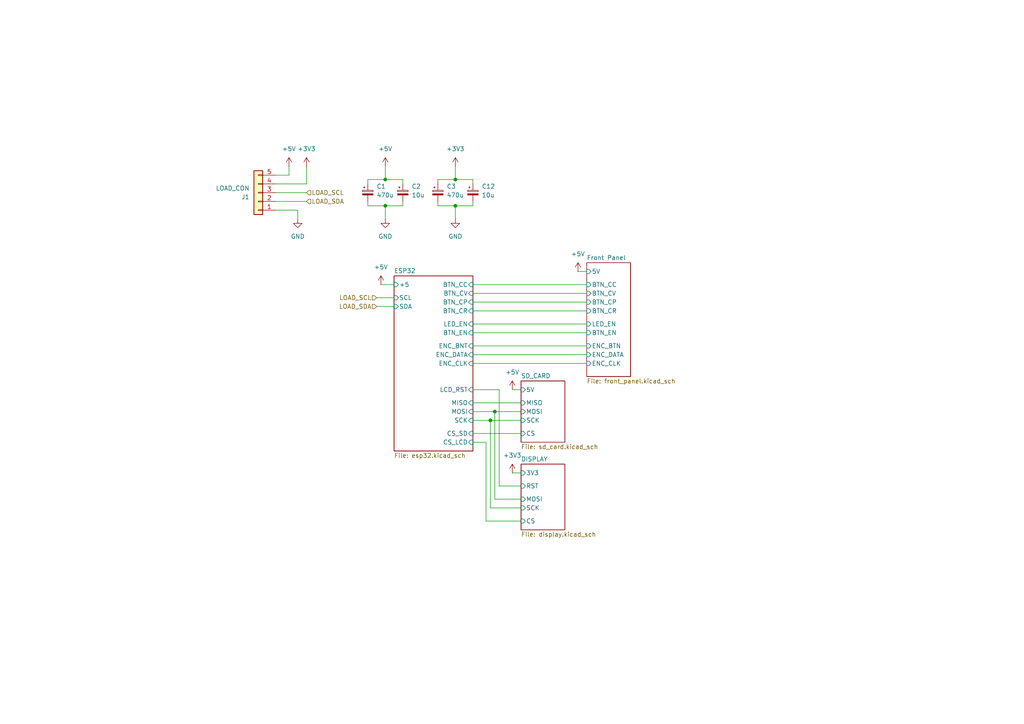
<source format=kicad_sch>
(kicad_sch (version 20231120) (generator "eeschema") (generator_version "8.0")
  (paper "A4")
  (title_block (title "Electronic Load Panel") (date "2024-10-14") (rev "0.0.1"))
  (lib_symbols
    (symbol "Connector_Generic:Conn_01x05" (pin_names (offset 1.016) hide)
      (property "Reference" "J" (at 0 7.62 0))
      (property "Value" "Conn_01x05" (at 0 -7.62 0))
      (symbol "Conn_01x05_1_1"
        (rectangle (start -1.27 -4.953) (end 0 -5.207) (stroke (width 0.1524)))
        (rectangle (start -1.27 -2.413) (end 0 -2.667) (stroke (width 0.1524)))
        (rectangle (start -1.27 0.127) (end 0 -0.127) (stroke (width 0.1524)))
        (rectangle (start -1.27 2.667) (end 0 2.413) (stroke (width 0.1524)))
        (rectangle (start -1.27 5.207) (end 0 4.953) (stroke (width 0.1524)))
        (rectangle (start -1.27 6.35) (end 1.27 -6.35) (stroke (width 0.254)) (fill (type background)))
        (pin passive line (at -5.08 5.08 0) (length 3.81) (name "Pin_1") (number "1"))
        (pin passive line (at -5.08 2.54 0) (length 3.81) (name "Pin_2") (number "2"))
        (pin passive line (at -5.08 0 0) (length 3.81) (name "Pin_3") (number "3"))
        (pin passive line (at -5.08 -2.54 0) (length 3.81) (name "Pin_4") (number "4"))
        (pin passive line (at -5.08 -5.08 0) (length 3.81) (name "Pin_5") (number "5"))
      )
    )
    (symbol "Device:C_Polarized_Small" (pin_numbers hide) (pin_names (offset 0.254) hide)
      (property "Reference" "C" (at 0.254 1.778 0))
      (property "Value" "C_Polarized_Small" (at 0.254 -2.032 0))
      (symbol "C_Polarized_Small_0_1"
        (rectangle (start -1.524 -0.3048) (end 1.524 -0.6858) (fill (type outline)))
        (rectangle (start -1.524 0.6858) (end 1.524 0.3048))
        (polyline (pts (xy -1.27 1.524) (xy -0.762 1.524)))
        (polyline (pts (xy -1.016 1.27) (xy -1.016 1.778)))
      )
      (symbol "C_Polarized_Small_1_1"
        (pin passive line (at 0 2.54 270) (length 1.8542) (name "~") (number "1"))
        (pin passive line (at 0 -2.54 90) (length 1.8542) (name "~") (number "2"))
      )
    )
    (symbol "power:+3V3" (power) (pin_numbers hide) (pin_names (offset 0) hide)
      (property "Value" "+3V3" (at 0 3.556 0))
      (symbol "+3V3_0_1"
        (polyline (pts (xy -0.762 1.27) (xy 0 2.54)))
        (polyline (pts (xy 0 0) (xy 0 2.54)))
        (polyline (pts (xy 0 2.54) (xy 0.762 1.27)))
      )
      (symbol "+3V3_1_1"
        (pin power_in line (at 0 0 90) (length 0) (name "~") (number "1"))
      )
    )
    (symbol "power:+5V" (power) (pin_numbers hide) (pin_names (offset 0) hide)
      (property "Value" "+5V" (at 0 3.556 0))
      (symbol "+5V_0_1"
        (polyline (pts (xy -0.762 1.27) (xy 0 2.54)))
        (polyline (pts (xy 0 0) (xy 0 2.54)))
        (polyline (pts (xy 0 2.54) (xy 0.762 1.27)))
      )
      (symbol "+5V_1_1"
        (pin power_in line (at 0 0 90) (length 0) (name "~") (number "1"))
      )
    )
    (symbol "power:GND" (power) (pin_numbers hide) (pin_names (offset 0) hide)
      (property "Value" "GND" (at 0 -3.81 0))
      (symbol "GND_0_1"
        (polyline (pts (xy 0 0) (xy 0 -1.27) (xy 1.27 -1.27) (xy 0 -2.54) (xy -1.27 -1.27) (xy 0 -1.27)))
      )
      (symbol "GND_1_1"
        (pin power_in line (at 0 0 270) (length 0) (name "~") (number "1"))
      )
    )
  )
  (junction (at 111.76 59.69))
  (junction (at 143.51 119.38))
  (junction (at 111.76 52.07))
  (junction (at 142.24 121.92))
  (junction (at 132.08 52.07))
  (junction (at 132.08 59.69))
  (wire (pts (xy 137.16 58.42) (xy 137.16 59.69)))
  (wire (pts (xy 106.68 58.42) (xy 106.68 59.69)))
  (wire (pts (xy 111.76 59.69) (xy 116.84 59.69)))
  (wire (pts (xy 88.9 53.34) (xy 88.9 48.26)))
  (wire (pts (xy 148.59 113.03) (xy 151.13 113.03)))
  (wire (pts (xy 143.51 119.38) (xy 151.13 119.38)))
  (wire (pts (xy 137.16 52.07) (xy 137.16 53.34)))
  (wire (pts (xy 80.01 53.34) (xy 88.9 53.34)))
  (wire (pts (xy 151.13 147.32) (xy 142.24 147.32)))
  (wire (pts (xy 127 52.07) (xy 132.08 52.07)))
  (wire (pts (xy 137.16 87.63) (xy 170.18 87.63)))
  (wire (pts (xy 137.16 105.41) (xy 170.18 105.41)))
  (wire (pts (xy 80.01 55.88) (xy 88.9 55.88)))
  (wire (pts (xy 137.16 93.98) (xy 170.18 93.98)))
  (wire (pts (xy 109.22 88.9) (xy 114.3 88.9)))
  (wire (pts (xy 109.22 86.36) (xy 114.3 86.36)))
  (wire (pts (xy 106.68 59.69) (xy 111.76 59.69)))
  (wire (pts (xy 83.82 50.8) (xy 83.82 48.26)))
  (wire (pts (xy 127 53.34) (xy 127 52.07)))
  (wire (pts (xy 167.64 78.74) (xy 170.18 78.74)))
  (wire (pts (xy 106.68 52.07) (xy 111.76 52.07)))
  (wire (pts (xy 137.16 82.55) (xy 170.18 82.55)))
  (wire (pts (xy 137.16 121.92) (xy 142.24 121.92)))
  (wire (pts (xy 86.36 63.5) (xy 86.36 60.96)))
  (wire (pts (xy 142.24 147.32) (xy 142.24 121.92)))
  (wire (pts (xy 151.13 144.78) (xy 143.51 144.78)))
  (wire (pts (xy 127 58.42) (xy 127 59.69)))
  (wire (pts (xy 143.51 144.78) (xy 143.51 119.38)))
  (wire (pts (xy 137.16 113.03) (xy 144.78 113.03)))
  (wire (pts (xy 137.16 116.84) (xy 151.13 116.84)))
  (wire (pts (xy 132.08 59.69) (xy 137.16 59.69)))
  (wire (pts (xy 137.16 125.73) (xy 151.13 125.73)))
  (wire (pts (xy 137.16 102.87) (xy 170.18 102.87)))
  (wire (pts (xy 80.01 60.96) (xy 86.36 60.96)))
  (wire (pts (xy 116.84 52.07) (xy 116.84 53.34)))
  (wire (pts (xy 80.01 58.42) (xy 88.9 58.42)))
  (wire (pts (xy 111.76 48.26) (xy 111.76 52.07)))
  (wire (pts (xy 137.16 119.38) (xy 143.51 119.38)))
  (wire (pts (xy 144.78 113.03) (xy 144.78 140.97)))
  (wire (pts (xy 106.68 53.34) (xy 106.68 52.07)))
  (wire (pts (xy 114.3 82.55) (xy 110.49 82.55)))
  (wire (pts (xy 132.08 48.26) (xy 132.08 52.07)))
  (wire (pts (xy 140.97 151.13) (xy 140.97 128.27)))
  (wire (pts (xy 137.16 96.52) (xy 170.18 96.52)))
  (wire (pts (xy 137.16 100.33) (xy 170.18 100.33)))
  (wire (pts (xy 140.97 128.27) (xy 137.16 128.27)))
  (wire (pts (xy 127 59.69) (xy 132.08 59.69)))
  (wire (pts (xy 151.13 151.13) (xy 140.97 151.13)))
  (wire (pts (xy 148.59 137.16) (xy 151.13 137.16)))
  (wire (pts (xy 137.16 90.17) (xy 170.18 90.17)))
  (wire (pts (xy 111.76 52.07) (xy 116.84 52.07)))
  (wire (pts (xy 132.08 52.07) (xy 137.16 52.07)))
  (wire (pts (xy 137.16 85.09) (xy 170.18 85.09)))
  (wire (pts (xy 116.84 58.42) (xy 116.84 59.69)))
  (wire (pts (xy 111.76 59.69) (xy 111.76 63.5)))
  (wire (pts (xy 132.08 59.69) (xy 132.08 63.5)))
  (wire (pts (xy 144.78 140.97) (xy 151.13 140.97)))
  (wire (pts (xy 142.24 121.92) (xy 151.13 121.92)))
  (wire (pts (xy 80.01 50.8) (xy 83.82 50.8)))
  (hierarchical_label "LOAD_SDA" (shape input) (at 88.9 58.42 0))
  (hierarchical_label "LOAD_SDA" (shape input) (at 109.22 88.9 180))
  (hierarchical_label "LOAD_SCL" (shape input) (at 109.22 86.36 180))
  (hierarchical_label "LOAD_SCL" (shape input) (at 88.9 55.88 0))
  (symbol (lib_id "power:+3V3") (at 88.9 48.26 0) (unit 1)
    (property "Reference" "#PWR021" (effects (hide yes)))
    (property "Value" "+3V3" (at 88.9 43.18 0))
    (property "Description" "Power symbol creates a global label with name \"+3V3\"" (effects (hide yes)))
  )
  (symbol (lib_id "power:GND") (at 111.76 63.5 0) (unit 1)
    (property "Reference" "#PWR04" (effects (hide yes)))
    (property "Value" "GND" (at 111.76 68.58 0))
    (property "Description" "Power symbol creates a global label with name \"GND\" , ground" (effects (hide yes)))
  )
  (symbol (lib_id "power:+5V") (at 148.59 113.03 0) (unit 1)
    (property "Reference" "#PWR030" (effects (hide yes)))
    (property "Value" "+5V" (at 148.59 107.95 0))
    (property "Description" "Power symbol creates a global label with name \"+5V\"" (effects (hide yes)))
  )
  (symbol (lib_id "Device:C_Polarized_Small") (at 116.84 55.88 0) (unit 1)
    (property "Reference" "C2" (at 119.38 54.0638 0) (effects (justify left)))
    (property "Value" "10u" (at 119.38 56.6038 0) (effects (justify left)))
    (property "Footprint" "Capacitor_THT:CP_Radial_D5.0mm_P2.50mm" (effects (hide yes)))
    (property "Description" "Polarized capacitor, small symbol" (effects (hide yes)))
  )
  (symbol (lib_id "power:+5V") (at 111.76 48.26 0) (unit 1)
    (property "Reference" "#PWR03" (effects (hide yes)))
    (property "Value" "+5V" (at 111.76 43.18 0))
    (property "Description" "Power symbol creates a global label with name \"+5V\"" (effects (hide yes)))
  )
  (symbol (lib_id "power:+5V") (at 132.08 48.26 0) (unit 1)
    (property "Reference" "#PWR022" (effects (hide yes)))
    (property "Value" "+3V3" (at 132.08 43.18 0))
    (property "Description" "Power symbol creates a global label with name \"+5V\"" (effects (hide yes)))
  )
  (symbol (lib_id "power:+5V") (at 167.64 78.74 0) (unit 1)
    (property "Reference" "#PWR032" (effects (hide yes)))
    (property "Value" "+5V" (at 167.64 73.66 0))
    (property "Description" "Power symbol creates a global label with name \"+5V\"" (effects (hide yes)))
  )
  (symbol (lib_id "Device:C_Polarized_Small") (at 137.16 55.88 0) (unit 1)
    (property "Reference" "C12" (at 139.7 54.0638 0) (effects (justify left)))
    (property "Value" "10u" (at 139.7 56.6038 0) (effects (justify left)))
    (property "Footprint" "Capacitor_THT:CP_Radial_D5.0mm_P2.50mm" (effects (hide yes)))
    (property "Description" "Polarized capacitor, small symbol" (effects (hide yes)))
  )
  (symbol (lib_id "power:GND") (at 132.08 63.5 0) (unit 1)
    (property "Reference" "#PWR023" (effects (hide yes)))
    (property "Value" "GND" (at 132.08 68.58 0))
    (property "Description" "Power symbol creates a global label with name \"GND\" , ground" (effects (hide yes)))
  )
  (symbol (lib_id "Device:C_Polarized_Small") (at 106.68 55.88 0) (unit 1)
    (property "Reference" "C1" (at 109.22 54.0638 0) (effects (justify left)))
    (property "Value" "470u" (at 109.22 56.6038 0) (effects (justify left)))
    (property "Footprint" "Capacitor_THT:CP_Radial_D8.0mm_P5.00mm" (effects (hide yes)))
    (property "Description" "Polarized capacitor, small symbol" (effects (hide yes)))
  )
  (symbol (lib_id "power:GND") (at 86.36 63.5 0) (unit 1)
    (property "Reference" "#PWR02" (effects (hide yes)))
    (property "Value" "GND" (at 86.36 68.58 0))
    (property "Description" "Power symbol creates a global label with name \"GND\" , ground" (effects (hide yes)))
  )
  (symbol (lib_id "power:+5V") (at 83.82 48.26 0) (unit 1)
    (property "Reference" "#PWR01" (effects (hide yes)))
    (property "Value" "+5V" (at 83.82 43.18 0))
    (property "Description" "Power symbol creates a global label with name \"+5V\"" (effects (hide yes)))
  )
  (symbol (lib_id "Connector_Generic:Conn_01x05") (at 74.93 55.88 180) (unit 1)
    (property "Reference" "J1" (at 72.39 57.1501 0) (effects (justify left)))
    (property "Value" "LOAD_CON" (at 72.39 54.6101 0) (effects (justify left)))
    (property "Footprint" "Connector_PinSocket_2.54mm:PinSocket_1x05_P2.54mm_Vertical" (effects (hide yes)))
    (property "Description" "Generic connector, single row, 01x05, script generated (kicad-library-utils/schlib/autogen/connector/)" (effects (hide yes)))
  )
  (symbol (lib_id "Device:C_Polarized_Small") (at 127 55.88 0) (unit 1)
    (property "Reference" "C3" (at 129.54 54.0638 0) (effects (justify left)))
    (property "Value" "470u" (at 129.54 56.6038 0) (effects (justify left)))
    (property "Footprint" "Capacitor_THT:CP_Radial_D8.0mm_P5.00mm" (effects (hide yes)))
    (property "Description" "Polarized capacitor, small symbol" (effects (hide yes)))
  )
  (symbol (lib_id "power:+5V") (at 110.49 82.55 0) (unit 1)
    (property "Reference" "#PWR029" (effects (hide yes)))
    (property "Value" "+5V" (at 110.49 77.47 0))
    (property "Description" "Power symbol creates a global label with name \"+5V\"" (effects (hide yes)))
  )
  (symbol (lib_id "power:+5V") (at 148.59 137.16 0) (unit 1)
    (property "Reference" "#PWR031" (effects (hide yes)))
    (property "Value" "+3V3" (at 148.59 132.08 0))
    (property "Description" "Power symbol creates a global label with name \"+5V\"" (effects (hide yes)))
  )
  (sheet (at 114.3 80.01) (size 22.86 50.8) (stroke (width 0.1524))
    (property "Sheetname" "ESP32" (at 114.3 79.2984 0) (effects (justify left bottom)))
    (property "Sheetfile" "esp32.kicad_sch" (at 114.3 131.3946 0) (effects (justify left top)))
    (pin "+5" input (at 114.3 82.55 180))
    (pin "CS_LCD" input (at 137.16 128.27 0))
    (pin "SCK" input (at 137.16 121.92 0))
    (pin "SDA" input (at 114.3 88.9 180))
    (pin "SCL" input (at 114.3 86.36 180))
    (pin "LCD_RST" input (at 137.16 113.03 0))
    (pin "MOSI" input (at 137.16 119.38 0))
    (pin "MISO" input (at 137.16 116.84 0))
    (pin "CS_SD" input (at 137.16 125.73 0))
    (pin "LED_EN" input (at 137.16 93.98 0))
    (pin "BTN_EN" input (at 137.16 96.52 0))
    (pin "BTN_CR" input (at 137.16 90.17 0))
    (pin "ENC_BNT" input (at 137.16 100.33 0))
    (pin "ENC_DATA" input (at 137.16 102.87 0))
    (pin "ENC_CLK" input (at 137.16 105.41 0))
    (pin "BTN_CP" input (at 137.16 87.63 0))
    (pin "BTN_CV" input (at 137.16 85.09 0))
    (pin "BTN_CC" input (at 137.16 82.55 0))
  )
  (sheet (at 151.13 110.49) (size 12.7 17.78) (stroke (width 0.1524))
    (property "Sheetname" "SD_CARD" (at 151.13 109.7784 0) (effects (justify left bottom)))
    (property "Sheetfile" "sd_card.kicad_sch" (at 151.13 128.8546 0) (effects (justify left top)))
    (pin "5V" input (at 151.13 113.03 180))
    (pin "SCK" input (at 151.13 121.92 180))
    (pin "CS" input (at 151.13 125.73 180))
    (pin "MISO" input (at 151.13 116.84 180))
    (pin "MOSI" input (at 151.13 119.38 180))
  )
  (sheet (at 151.13 134.62) (size 12.7 19.05) (stroke (width 0.1524))
    (property "Sheetname" "DISPLAY" (at 151.13 133.9084 0) (effects (justify left bottom)))
    (property "Sheetfile" "display.kicad_sch" (at 151.13 154.2546 0) (effects (justify left top)))
    (pin "SCK" input (at 151.13 147.32 180))
    (pin "MOSI" input (at 151.13 144.78 180))
    (pin "3V3" input (at 151.13 137.16 180))
    (pin "RST" input (at 151.13 140.97 180))
    (pin "CS" input (at 151.13 151.13 180))
  )
  (sheet (at 170.18 76.2) (size 12.7 33.02) (stroke (width 0.1524))
    (property "Sheetname" "Front Panel" (at 170.18 75.4884 0) (effects (justify left bottom)))
    (property "Sheetfile" "front_panel.kicad_sch" (at 170.18 109.8046 0) (effects (justify left top)))
    (pin "LED_EN" input (at 170.18 93.98 180))
    (pin "ENC_CLK" input (at 170.18 105.41 180))
    (pin "ENC_DATA" input (at 170.18 102.87 180))
    (pin "ENC_BTN" input (at 170.18 100.33 180))
    (pin "5V" input (at 170.18 78.74 180))
    (pin "BTN_CR" input (at 170.18 90.17 180))
    (pin "BTN_EN" input (at 170.18 96.52 180))
    (pin "BTN_CC" input (at 170.18 82.55 180))
    (pin "BTN_CV" input (at 170.18 85.09 180))
    (pin "BTN_CP" input (at 170.18 87.63 180))
  )
)
</source>
